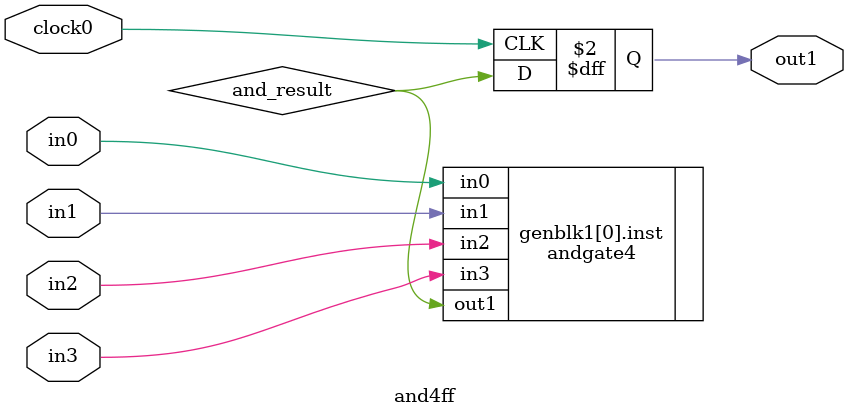
<source format=v>
`timescale 1ns / 1ps



module and4ff #(

    parameter NO_OF_GATES = 1
    
        )
      (
    input clock0,
    input [NO_OF_GATES-1:0] in0,
    input [NO_OF_GATES-1:0] in1,
    input [NO_OF_GATES-1:0] in2,
    input [NO_OF_GATES-1:0] in3,
   // output  [NO_OF_GATES-1:0]out1
   output reg [NO_OF_GATES-1:0]out1
    );

    wire [NO_OF_GATES-1:0]and_result;
    genvar i;
    
    generate
    for(i=0;i<NO_OF_GATES;i=i+1)
    begin
       // and(c[i],a[i],b[i]);
       andgate4 inst(
       .in0(in0[i]),
       .in1(in1[i]),
       .in2(in2[i]),
       .in3(in3[i]),
       .out1(and_result[i])
       );
    end
    endgenerate
    
    always@(posedge clock0)
    begin
      out1	<=	and_result;
    end
  //  assign  out1	=	and_result;
endmodule

</source>
